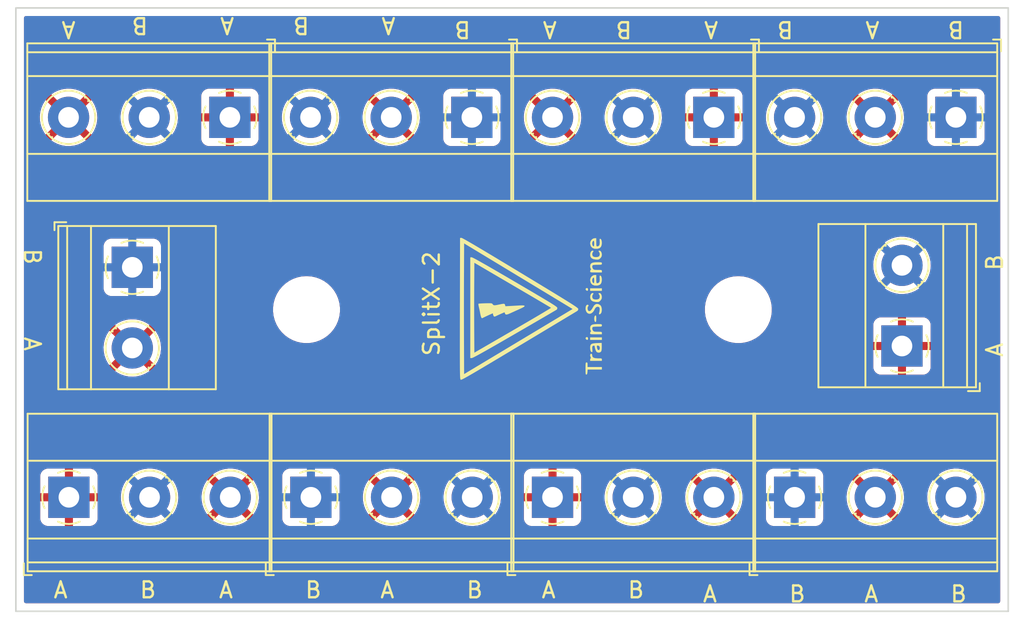
<source format=kicad_pcb>
(kicad_pcb (version 20211014) (generator pcbnew)
  (layers (0 "F.Cu" signal) (31 "B.Cu" signal) (34 "B.Paste" user) (35 "F.Paste" user) (36 "B.SilkS" user "B.Silkscreen") (37 "F.SilkS" user "F.Silkscreen") (38 "B.Mask" user) (39 "F.Mask" user) (44 "Edge.Cuts" user))
  (net 0 "")
  (net 1 "B")
  (net 2 "A")
  (footprint "TerminalBlock_Phoenix:TerminalBlock_Phoenix_MKDS-1,5-3-5.08_1x03_P5.08mm_Horizontal" (layer "F.Cu") (at 220.218 43.891 180)
    (fp_text reference "J5" hide)
    (fp_text value "Screw_Terminal_01x03")
    (fp_line (start 11.23 -1.275) (end 11.195 -1.239) (layer "F.SilkS") (width 0.12))
    (fp_line (start 12.76 -5.261) (end 12.76 4.66) (layer "F.SilkS") (width 0.12))
    (fp_line (start 3.853 1.023) (end 3.806 1.069) (layer "F.SilkS") (width 0.12))
    (fp_line (start -2.6 4.66) (end 12.76 4.66) (layer "F.SilkS") (width 0.12))
    (fp_line (start -2.6 -2.301) (end 12.76 -2.301) (layer "F.SilkS") (width 0.12))
    (fp_line (start -2.6 2.6) (end 12.76 2.6) (layer "F.SilkS") (width 0.12))
    (fp_line (start -2.84 4.16) (end -2.84 4.9) (layer "F.SilkS") (width 0.12))
    (fp_line (start -2.6 -5.261) (end -2.6 4.66) (layer "F.SilkS") (width 0.12))
    (fp_line (start -2.6 4.1) (end 12.76 4.1) (layer "F.SilkS") (width 0.12))
    (fp_line (start 8.933 1.023) (end 8.886 1.069) (layer "F.SilkS") (width 0.12))
    (fp_line (start 4.046 1.239) (end 4.011 1.274) (layer "F.SilkS") (width 0.12))
    (fp_line (start 9.126 1.239) (end 9.091 1.274) (layer "F.SilkS") (width 0.12))
    (fp_line (start -2.84 4.9) (end -2.34 4.9) (layer "F.SilkS") (width 0.12))
    (fp_line (start 11.435 -1.069) (end 11.388 -1.023) (layer "F.SilkS") (width 0.12))
    (fp_line (start 6.15 -1.275) (end 6.115 -1.239) (layer "F.SilkS") (width 0.12))
    (fp_line (start -2.6 -5.261) (end 12.76 -5.261) (layer "F.SilkS") (width 0.12))
    (fp_line (start 6.355 -1.069) (end 6.308 -1.023) (layer "F.SilkS") (width 0.12))
    (fp_arc (start 1.535427 -0.683042) (mid 1.680501 0.000524) (end 1.535 0.684) (layer "F.SilkS") (width 0.12))
    (fp_arc (start 0.028805 1.680253) (mid -0.335551 1.646659) (end -0.684 1.535) (layer "F.SilkS") (width 0.12))
    (fp_arc (start 0.683318 1.534756) (mid 0.349292 1.643288) (end 0 1.68) (layer "F.SilkS") (width 0.12))
    (fp_arc (start -1.535427 0.683042) (mid -1.680501 -0.000524) (end -1.535 -0.684) (layer "F.SilkS") (width 0.12))
    (fp_arc (start -0.683042 -1.535427) (mid 0.000524 -1.680501) (end 0.684 -1.535) (layer "F.SilkS") (width 0.12))
    (fp_circle (center 10.16 0) (end 11.84 0) (layer "F.SilkS") (width 0.12) (fill none))
    (fp_circle (center 5.08 0) (end 6.76 0) (layer "F.SilkS") (width 0.12) (fill none))
    (pad "1" thru_hole rect (at 0 0 180) (size 2.6 2.6) (drill 1.3) (layers *.Cu *.Mask) (net 1 "B"))
    (pad "2" thru_hole circle (at 5.08 0 180) (size 2.6 2.6) (drill 1.3) (layers *.Cu *.Mask) (net 2 "A"))
    (pad "3" thru_hole circle (at 10.16 0 180) (size 2.6 2.6) (drill 1.3) (layers *.Cu *.Mask) (net 1 "B"))
  )
  (footprint "TerminalBlock_Phoenix:TerminalBlock_Phoenix_MKDS-1,5-3-5.08_1x03_P5.08mm_Horizontal" (layer "F.Cu") (at 210.08 67.818)
    (fp_text reference "Je" hide)
    (fp_text value "Screw_Terminal_01x03")
    (fp_line (start 11.435 -1.069) (end 11.388 -1.023) (layer "F.SilkS") (width 0.12))
    (fp_line (start -2.6 2.6) (end 12.76 2.6) (layer "F.SilkS") (width 0.12))
    (fp_line (start 9.126 1.239) (end 9.091 1.274) (layer "F.SilkS") (width 0.12))
    (fp_line (start -2.84 4.9) (end -2.34 4.9) (layer "F.SilkS") (width 0.12))
    (fp_line (start 11.23 -1.275) (end 11.195 -1.239) (layer "F.SilkS") (width 0.12))
    (fp_line (start -2.6 4.66) (end 12.76 4.66) (layer "F.SilkS") (width 0.12))
    (fp_line (start 4.046 1.239) (end 4.011 1.274) (layer "F.SilkS") (width 0.12))
    (fp_line (start 8.933 1.023) (end 8.886 1.069) (layer "F.SilkS") (width 0.12))
    (fp_line (start -2.6 4.1) (end 12.76 4.1) (layer "F.SilkS") (width 0.12))
    (fp_line (start 6.355 -1.069) (end 6.308 -1.023) (layer "F.SilkS") (width 0.12))
    (fp_line (start -2.6 -5.261) (end -2.6 4.66) (layer "F.SilkS") (width 0.12))
    (fp_line (start 12.76 -5.261) (end 12.76 4.66) (layer "F.SilkS") (width 0.12))
    (fp_line (start -2.6 -5.261) (end 12.76 -5.261) (layer "F.SilkS") (width 0.12))
    (fp_line (start 6.15 -1.275) (end 6.115 -1.239) (layer "F.SilkS") (width 0.12))
    (fp_line (start -2.84 4.16) (end -2.84 4.9) (layer "F.SilkS") (width 0.12))
    (fp_line (start -2.6 -2.301) (end 12.76 -2.301) (layer "F.SilkS") (width 0.12))
    (fp_line (start 3.853 1.023) (end 3.806 1.069) (layer "F.SilkS") (width 0.12))
    (fp_arc (start -1.535427 0.683042) (mid -1.680501 -0.000524) (end -1.535 -0.684) (layer "F.SilkS") (width 0.12))
    (fp_arc (start 0.683318 1.534756) (mid 0.349292 1.643288) (end 0 1.68) (layer "F.SilkS") (width 0.12))
    (fp_arc (start 1.535427 -0.683042) (mid 1.680501 0.000524) (end 1.535 0.684) (layer "F.SilkS") (width 0.12))
    (fp_arc (start -0.683042 -1.535427) (mid 0.000524 -1.680501) (end 0.684 -1.535) (layer "F.SilkS") (width 0.12))
    (fp_arc (start 0.028805 1.680253) (mid -0.335551 1.646659) (end -0.684 1.535) (layer "F.SilkS") (width 0.12))
    (fp_circle (center 10.16 0) (end 11.84 0) (layer "F.SilkS") (width 0.12) (fill none))
    (fp_circle (center 5.08 0) (end 6.76 0) (layer "F.SilkS") (width 0.12) (fill none))
    (pad "1" thru_hole rect (at 0 0) (size 2.6 2.6) (drill 1.3) (layers *.Cu *.Mask) (net 1 "B"))
    (pad "2" thru_hole circle (at 5.08 0) (size 2.6 2.6) (drill 1.3) (layers *.Cu *.Mask) (net 2 "A"))
    (pad "3" thru_hole circle (at 10.16 0) (size 2.6 2.6) (drill 1.3) (layers *.Cu *.Mask) (net 1 "B"))
  )
  (footprint "TerminalBlock_Phoenix:TerminalBlock_Phoenix_MKDS-1,5-3-5.08_1x03_P5.08mm_Horizontal" (layer "F.Cu") (at 194.84 67.818)
    (fp_text reference "J4" hide)
    (fp_text value "Screw_Terminal_01x03")
    (fp_line (start 11.23 -1.275) (end 11.195 -1.239) (layer "F.SilkS") (width 0.12))
    (fp_line (start -2.6 -5.261) (end 12.76 -5.261) (layer "F.SilkS") (width 0.12))
    (fp_line (start -2.6 4.66) (end 12.76 4.66) (layer "F.SilkS") (width 0.12))
    (fp_line (start -2.84 4.16) (end -2.84 4.9) (layer "F.SilkS") (width 0.12))
    (fp_line (start 12.76 -5.261) (end 12.76 4.66) (layer "F.SilkS") (width 0.12))
    (fp_line (start -2.6 2.6) (end 12.76 2.6) (layer "F.SilkS") (width 0.12))
    (fp_line (start -2.6 -2.301) (end 12.76 -2.301) (layer "F.SilkS") (width 0.12))
    (fp_line (start 6.15 -1.275) (end 6.115 -1.239) (layer "F.SilkS") (width 0.12))
    (fp_line (start -2.6 -5.261) (end -2.6 4.66) (layer "F.SilkS") (width 0.12))
    (fp_line (start 4.046 1.239) (end 4.011 1.274) (layer "F.SilkS") (width 0.12))
    (fp_line (start 9.126 1.239) (end 9.091 1.274) (layer "F.SilkS") (width 0.12))
    (fp_line (start 6.355 -1.069) (end 6.308 -1.023) (layer "F.SilkS") (width 0.12))
    (fp_line (start -2.84 4.9) (end -2.34 4.9) (layer "F.SilkS") (width 0.12))
    (fp_line (start 11.435 -1.069) (end 11.388 -1.023) (layer "F.SilkS") (width 0.12))
    (fp_line (start -2.6 4.1) (end 12.76 4.1) (layer "F.SilkS") (width 0.12))
    (fp_line (start 3.853 1.023) (end 3.806 1.069) (layer "F.SilkS") (width 0.12))
    (fp_line (start 8.933 1.023) (end 8.886 1.069) (layer "F.SilkS") (width 0.12))
    (fp_arc (start 0.028805 1.680253) (mid -0.335551 1.646659) (end -0.684 1.535) (layer "F.SilkS") (width 0.12))
    (fp_arc (start 1.535427 -0.683042) (mid 1.680501 0.000524) (end 1.535 0.684) (layer "F.SilkS") (width 0.12))
    (fp_arc (start -0.683042 -1.535427) (mid 0.000524 -1.680501) (end 0.684 -1.535) (layer "F.SilkS") (width 0.12))
    (fp_arc (start 0.683318 1.534756) (mid 0.349292 1.643288) (end 0 1.68) (layer "F.SilkS") (width 0.12))
    (fp_arc (start -1.535427 0.683042) (mid -1.680501 -0.000524) (end -1.535 -0.684) (layer "F.SilkS") (width 0.12))
    (fp_circle (center 5.08 0) (end 6.76 0) (layer "F.SilkS") (width 0.12) (fill none))
    (fp_circle (center 10.16 0) (end 11.84 0) (layer "F.SilkS") (width 0.12) (fill none))
    (pad "1" thru_hole rect (at 0 0) (size 2.6 2.6) (drill 1.3) (layers *.Cu *.Mask) (net 2 "A"))
    (pad "2" thru_hole circle (at 5.08 0) (size 2.6 2.6) (drill 1.3) (layers *.Cu *.Mask) (net 1 "B"))
    (pad "3" thru_hole circle (at 10.16 0) (size 2.6 2.6) (drill 1.3) (layers *.Cu *.Mask) (net 2 "A"))
  )
  (footprint "TerminalBlock_Phoenix:TerminalBlock_Phoenix_MKDS-1,5-2-5.08_1x02_P5.08mm_Horizontal" (layer "F.Cu") (at 198.831 53.335 -90)
    (fp_text reference "J1" hide)
    (fp_text value "Screw_Terminal_01x02")
    (fp_line (start -2.84 4.16) (end -2.84 4.9) (layer "F.SilkS") (width 0.12))
    (fp_line (start -2.6 -2.301) (end 7.68 -2.301) (layer "F.SilkS") (width 0.12))
    (fp_line (start -2.84 4.9) (end -2.34 4.9) (layer "F.SilkS") (width 0.12))
    (fp_line (start -2.6 -5.261) (end -2.6 4.66) (layer "F.SilkS") (width 0.12))
    (fp_line (start 3.853 1.023) (end 3.806 1.069) (layer "F.SilkS") (width 0.12))
    (fp_line (start 7.68 -5.261) (end 7.68 4.66) (layer "F.SilkS") (width 0.12))
    (fp_line (start -2.6 2.6) (end 7.68 2.6) (layer "F.SilkS") (width 0.12))
    (fp_line (start -2.6 -5.261) (end 7.68 -5.261) (layer "F.SilkS") (width 0.12))
    (fp_line (start -2.6 4.66) (end 7.68 4.66) (layer "F.SilkS") (width 0.12))
    (fp_line (start 6.15 -1.275) (end 6.115 -1.239) (layer "F.SilkS") (width 0.12))
    (fp_line (start -2.6 4.1) (end 7.68 4.1) (layer "F.SilkS") (width 0.12))
    (fp_line (start 6.355 -1.069) (end 6.308 -1.023) (layer "F.SilkS") (width 0.12))
    (fp_line (start 4.046 1.239) (end 4.011 1.274) (layer "F.SilkS") (width 0.12))
    (fp_arc (start -0.683042 -1.535427) (mid 0.000524 -1.680501) (end 0.684 -1.535) (layer "F.SilkS") (width 0.12))
    (fp_arc (start -1.535427 0.683042) (mid -1.680501 -0.000524) (end -1.535 -0.684) (layer "F.SilkS") (width 0.12))
    (fp_arc (start 0.028805 1.680253) (mid -0.335551 1.646659) (end -0.684 1.535) (layer "F.SilkS") (width 0.12))
    (fp_arc (start 1.535427 -0.683042) (mid 1.680501 0.000524) (end 1.535 0.684) (layer "F.SilkS") (width 0.12))
    (fp_arc (start 0.683318 1.534756) (mid 0.349292 1.643288) (end 0 1.68) (layer "F.SilkS") (width 0.12))
    (fp_circle (center 5.08 0) (end 6.76 0) (layer "F.SilkS") (width 0.12) (fill none))
    (pad "1" thru_hole rect (at 0 0 270) (size 2.6 2.6) (drill 1.3) (layers *.Cu *.Mask) (net 1 "B"))
    (pad "2" thru_hole circle (at 5.08 0 270) (size 2.6 2.6) (drill 1.3) (layers *.Cu *.Mask) (net 2 "A"))
  )
  (footprint "TerminalBlock_Phoenix:TerminalBlock_Phoenix_MKDS-1,5-3-5.08_1x03_P5.08mm_Horizontal" (layer "F.Cu") (at 225.298 67.818)
    (fp_text reference "J8" hide)
    (fp_text value "Screw_Terminal_01x03")
    (fp_line (start -2.6 -5.261) (end 12.76 -5.261) (layer "F.SilkS") (width 0.12))
    (fp_line (start -2.6 -2.301) (end 12.76 -2.301) (layer "F.SilkS") (width 0.12))
    (fp_line (start -2.84 4.16) (end -2.84 4.9) (layer "F.SilkS") (width 0.12))
    (fp_line (start 9.126 1.239) (end 9.091 1.274) (layer "F.SilkS") (width 0.12))
    (fp_line (start 11.23 -1.275) (end 11.195 -1.239) (layer "F.SilkS") (width 0.12))
    (fp_line (start -2.6 4.1) (end 12.76 4.1) (layer "F.SilkS") (width 0.12))
    (fp_line (start 6.15 -1.275) (end 6.115 -1.239) (layer "F.SilkS") (width 0.12))
    (fp_line (start -2.6 -5.261) (end -2.6 4.66) (layer "F.SilkS") (width 0.12))
    (fp_line (start 12.76 -5.261) (end 12.76 4.66) (layer "F.SilkS") (width 0.12))
    (fp_line (start -2.6 4.66) (end 12.76 4.66) (layer "F.SilkS") (width 0.12))
    (fp_line (start -2.6 2.6) (end 12.76 2.6) (layer "F.SilkS") (width 0.12))
    (fp_line (start 6.355 -1.069) (end 6.308 -1.023) (layer "F.SilkS") (width 0.12))
    (fp_line (start 11.435 -1.069) (end 11.388 -1.023) (layer "F.SilkS") (width 0.12))
    (fp_line (start 3.853 1.023) (end 3.806 1.069) (layer "F.SilkS") (width 0.12))
    (fp_line (start 4.046 1.239) (end 4.011 1.274) (layer "F.SilkS") (width 0.12))
    (fp_line (start -2.84 4.9) (end -2.34 4.9) (layer "F.SilkS") (width 0.12))
    (fp_line (start 8.933 1.023) (end 8.886 1.069) (layer "F.SilkS") (width 0.12))
    (fp_arc (start 0.683318 1.534756) (mid 0.349292 1.643288) (end 0 1.68) (layer "F.SilkS") (width 0.12))
    (fp_arc (start 0.028805 1.680253) (mid -0.335551 1.646659) (end -0.684 1.535) (layer "F.SilkS") (width 0.12))
    (fp_arc (start -0.683042 -1.535427) (mid 0.000524 -1.680501) (end 0.684 -1.535) (layer "F.SilkS") (width 0.12))
    (fp_arc (start 1.535427 -0.683042) (mid 1.680501 0.000524) (end 1.535 0.684) (layer "F.SilkS") (width 0.12))
    (fp_arc (start -1.535427 0.683042) (mid -1.680501 -0.000524) (end -1.535 -0.684) (layer "F.SilkS") (width 0.12))
    (fp_circle (center 5.08 0) (end 6.76 0) (layer "F.SilkS") (width 0.12) (fill none))
    (fp_circle (center 10.16 0) (end 11.84 0) (layer "F.SilkS") (width 0.12) (fill none))
    (pad "1" thru_hole rect (at 0 0) (size 2.6 2.6) (drill 1.3) (layers *.Cu *.Mask) (net 2 "A"))
    (pad "2" thru_hole circle (at 5.08 0) (size 2.6 2.6) (drill 1.3) (layers *.Cu *.Mask) (net 1 "B"))
    (pad "3" thru_hole circle (at 10.16 0) (size 2.6 2.6) (drill 1.3) (layers *.Cu *.Mask) (net 2 "A"))
  )
  (footprint "TerminalBlock_Phoenix:TerminalBlock_Phoenix_MKDS-1,5-3-5.08_1x03_P5.08mm_Horizontal" (layer "F.Cu") (at 250.703 43.891 180)
    (fp_text reference "J2" hide)
    (fp_text value "Screw_Terminal_01x03")
    (fp_line (start -2.6 4.66) (end 12.76 4.66) (layer "F.SilkS") (width 0.12))
    (fp_line (start -2.84 4.16) (end -2.84 4.9) (layer "F.SilkS") (width 0.12))
    (fp_line (start -2.6 -5.261) (end -2.6 4.66) (layer "F.SilkS") (width 0.12))
    (fp_line (start 4.046 1.239) (end 4.011 1.274) (layer "F.SilkS") (width 0.12))
    (fp_line (start 3.853 1.023) (end 3.806 1.069) (layer "F.SilkS") (width 0.12))
    (fp_line (start -2.6 -5.261) (end 12.76 -5.261) (layer "F.SilkS") (width 0.12))
    (fp_line (start -2.6 -2.301) (end 12.76 -2.301) (layer "F.SilkS") (width 0.12))
    (fp_line (start -2.6 2.6) (end 12.76 2.6) (layer "F.SilkS") (width 0.12))
    (fp_line (start 11.435 -1.069) (end 11.388 -1.023) (layer "F.SilkS") (width 0.12))
    (fp_line (start 6.15 -1.275) (end 6.115 -1.239) (layer "F.SilkS") (width 0.12))
    (fp_line (start -2.84 4.9) (end -2.34 4.9) (layer "F.SilkS") (width 0.12))
    (fp_line (start 9.126 1.239) (end 9.091 1.274) (layer "F.SilkS") (width 0.12))
    (fp_line (start -2.6 4.1) (end 12.76 4.1) (layer "F.SilkS") (width 0.12))
    (fp_line (start 6.355 -1.069) (end 6.308 -1.023) (layer "F.SilkS") (width 0.12))
    (fp_line (start 11.23 -1.275) (end 11.195 -1.239) (layer "F.SilkS") (width 0.12))
    (fp_line (start 12.76 -5.261) (end 12.76 4.66) (layer "F.SilkS") (width 0.12))
    (fp_line (start 8.933 1.023) (end 8.886 1.069) (layer "F.SilkS") (width 0.12))
    (fp_arc (start 0.028805 1.680253) (mid -0.335551 1.646659) (end -0.684 1.535) (layer "F.SilkS") (width 0.12))
    (fp_arc (start -0.683042 -1.535427) (mid 0.000524 -1.680501) (end 0.684 -1.535) (layer "F.SilkS") (width 0.12))
    (fp_arc (start 0.683318 1.534756) (mid 0.349292 1.643288) (end 0 1.68) (layer "F.SilkS") (width 0.12))
    (fp_arc (start 1.535427 -0.683042) (mid 1.680501 0.000524) (end 1.535 0.684) (layer "F.SilkS") (width 0.12))
    (fp_arc (start -1.535427 0.683042) (mid -1.680501 -0.000524) (end -1.535 -0.684) (layer "F.SilkS") (width 0.12))
    (fp_circle (center 10.16 0) (end 11.84 0) (layer "F.SilkS") (width 0.12) (fill none))
    (fp_circle (center 5.08 0) (end 6.76 0) (layer "F.SilkS") (width 0.12) (fill none))
    (pad "1" thru_hole rect (at 0 0 180) (size 2.6 2.6) (drill 1.3) (layers *.Cu *.Mask) (net 1 "B"))
    (pad "2" thru_hole circle (at 5.08 0 180) (size 2.6 2.6) (drill 1.3) (layers *.Cu *.Mask) (net 2 "A"))
    (pad "3" thru_hole circle (at 10.16 0 180) (size 2.6 2.6) (drill 1.3) (layers *.Cu *.Mask) (net 1 "B"))
  )
  (footprint "MountingHole:MountingHole_3.2mm_M3" (layer "F.Cu") (at 209.804 56)
    (fp_text reference "REF**" hide)
    (fp_text value "MountingHole_3.2mm_M3")
    (pad "" np_thru_hole circle (at 0 0) (size 3.2 3.2) (drill 3.2) (layers *.Cu *.Mask))
  )
  (footprint "MountingHole:MountingHole_3.2mm_M3" (layer "F.Cu") (at 237 56)
    (fp_text reference "REF**" hide)
    (fp_text value "MountingHole_3.2mm_M3")
    (pad "" np_thru_hole circle (at 0 0) (size 3.2 3.2) (drill 3.2) (layers *.Cu *.Mask))
  )
  (footprint "TerminalBlock_Phoenix:TerminalBlock_Phoenix_MKDS-1,5-3-5.08_1x03_P5.08mm_Horizontal" (layer "F.Cu") (at 204.978 43.891 180)
    (fp_text reference "J7" hide)
    (fp_text value "Screw_Terminal_01x03")
    (fp_line (start 12.76 -5.261) (end 12.76 4.66) (layer "F.SilkS") (width 0.12))
    (fp_line (start 3.853 1.023) (end 3.806 1.069) (layer "F.SilkS") (width 0.12))
    (fp_line (start -2.6 -5.261) (end -2.6 4.66) (layer "F.SilkS") (width 0.12))
    (fp_line (start 8.933 1.023) (end 8.886 1.069) (layer "F.SilkS") (width 0.12))
    (fp_line (start 6.355 -1.069) (end 6.308 -1.023) (layer "F.SilkS") (width 0.12))
    (fp_line (start 9.126 1.239) (end 9.091 1.274) (layer "F.SilkS") (width 0.12))
    (fp_line (start 4.046 1.239) (end 4.011 1.274) (layer "F.SilkS") (width 0.12))
    (fp_line (start -2.6 -5.261) (end 12.76 -5.261) (layer "F.SilkS") (width 0.12))
    (fp_line (start -2.84 4.16) (end -2.84 4.9) (layer "F.SilkS") (width 0.12))
    (fp_line (start -2.6 -2.301) (end 12.76 -2.301) (layer "F.SilkS") (width 0.12))
    (fp_line (start -2.6 2.6) (end 12.76 2.6) (layer "F.SilkS") (width 0.12))
    (fp_line (start 6.15 -1.275) (end 6.115 -1.239) (layer "F.SilkS") (width 0.12))
    (fp_line (start -2.6 4.66) (end 12.76 4.66) (layer "F.SilkS") (width 0.12))
    (fp_line (start 11.435 -1.069) (end 11.388 -1.023) (layer "F.SilkS") (width 0.12))
    (fp_line (start 11.23 -1.275) (end 11.195 -1.239) (layer "F.SilkS") (width 0.12))
    (fp_line (start -2.6 4.1) (end 12.76 4.1) (layer "F.SilkS") (width 0.12))
    (fp_line (start -2.84 4.9) (end -2.34 4.9) (layer "F.SilkS") (width 0.12))
    (fp_arc (start -1.535427 0.683042) (mid -1.680501 -0.000524) (end -1.535 -0.684) (layer "F.SilkS") (width 0.12))
    (fp_arc (start -0.683042 -1.535427) (mid 0.000524 -1.680501) (end 0.684 -1.535) (layer "F.SilkS") (width 0.12))
    (fp_arc (start 0.028805 1.680253) (mid -0.335551 1.646659) (end -0.684 1.535) (layer "F.SilkS") (width 0.12))
    (fp_arc (start 0.683318 1.534756) (mid 0.349292 1.643288) (end 0 1.68) (layer "F.SilkS") (width 0.12))
    (fp_arc (start 1.535427 -0.683042) (mid 1.680501 0.000524) (end 1.535 0.684) (layer "F.SilkS") (width 0.12))
    (fp_circle (center 10.16 0) (end 11.84 0) (layer "F.SilkS") (width 0.12) (fill none))
    (fp_circle (center 5.08 0) (end 6.76 0) (layer "F.SilkS") (width 0.12) (fill none))
    (pad "1" thru_hole rect (at 0 0 180) (size 2.6 2.6) (drill 1.3) (layers *.Cu *.Mask) (net 2 "A"))
    (pad "2" thru_hole circle (at 5.08 0 180) (size 2.6 2.6) (drill 1.3) (layers *.Cu *.Mask) (net 1 "B"))
    (pad "3" thru_hole circle (at 10.16 0 180) (size 2.6 2.6) (drill 1.3) (layers *.Cu *.Mask) (net 2 "A"))
  )
  (footprint "TerminalBlock_Phoenix:TerminalBlock_Phoenix_MKDS-1,5-3-5.08_1x03_P5.08mm_Horizontal" (layer "F.Cu") (at 240.544 67.818)
    (fp_text reference "J9" hide)
    (fp_text value "Screw_Terminal_01x03")
    (fp_line (start -2.6 -5.261) (end -2.6 4.66) (layer "F.SilkS") (width 0.12))
    (fp_line (start 11.23 -1.275) (end 11.195 -1.239) (layer "F.SilkS") (width 0.12))
    (fp_line (start 12.76 -5.261) (end 12.76 4.66) (layer "F.SilkS") (width 0.12))
    (fp_line (start 3.853 1.023) (end 3.806 1.069) (layer "F.SilkS") (width 0.12))
    (fp_line (start 6.355 -1.069) (end 6.308 -1.023) (layer "F.SilkS") (width 0.12))
    (fp_line (start -2.6 2.6) (end 12.76 2.6) (layer "F.SilkS") (width 0.12))
    (fp_line (start 11.435 -1.069) (end 11.388 -1.023) (layer "F.SilkS") (width 0.12))
    (fp_line (start 6.15 -1.275) (end 6.115 -1.239) (layer "F.SilkS") (width 0.12))
    (fp_line (start -2.84 4.9) (end -2.34 4.9) (layer "F.SilkS") (width 0.12))
    (fp_line (start -2.6 4.1) (end 12.76 4.1) (layer "F.SilkS") (width 0.12))
    (fp_line (start 4.046 1.239) (end 4.011 1.274) (layer "F.SilkS") (width 0.12))
    (fp_line (start 8.933 1.023) (end 8.886 1.069) (layer "F.SilkS") (width 0.12))
    (fp_line (start 9.126 1.239) (end 9.091 1.274) (layer "F.SilkS") (width 0.12))
    (fp_line (start -2.6 -5.261) (end 12.76 -5.261) (layer "F.SilkS") (width 0.12))
    (fp_line (start -2.6 -2.301) (end 12.76 -2.301) (layer "F.SilkS") (width 0.12))
    (fp_line (start -2.6 4.66) (end 12.76 4.66) (layer "F.SilkS") (width 0.12))
    (fp_line (start -2.84 4.16) (end -2.84 4.9) (layer "F.SilkS") (width 0.12))
    (fp_arc (start 0.028805 1.680253) (mid -0.335551 1.646659) (end -0.684 1.535) (layer "F.SilkS") (width 0.12))
    (fp_arc (start 1.535427 -0.683042) (mid 1.680501 0.000524) (end 1.535 0.684) (layer "F.SilkS") (width 0.12))
    (fp_arc (start -0.683042 -1.535427) (mid 0.000524 -1.680501) (end 0.684 -1.535) (layer "F.SilkS") (width 0.12))
    (fp_arc (start -1.535427 0.683042) (mid -1.680501 -0.000524) (end -1.535 -0.684) (layer "F.SilkS") (width 0.12))
    (fp_arc (start 0.683318 1.534756) (mid 0.349292 1.643288) (end 0 1.68) (layer "F.SilkS") (width 0.12))
    (fp_circle (center 10.16 0) (end 11.84 0) (layer "F.SilkS") (width 0.12) (fill none))
    (fp_circle (center 5.08 0) (end 6.76 0) (layer "F.SilkS") (width 0.12) (fill none))
    (pad "1" thru_hole rect (at 0 0) (size 2.6 2.6) (drill 1.3) (layers *.Cu *.Mask) (net 1 "B"))
    (pad "2" thru_hole circle (at 5.08 0) (size 2.6 2.6) (drill 1.3) (layers *.Cu *.Mask) (net 2 "A"))
    (pad "3" thru_hole circle (at 10.16 0) (size 2.6 2.6) (drill 1.3) (layers *.Cu *.Mask) (net 1 "B"))
  )
  (footprint "custom_kicad_lib_sk:Train-Science logo small" (layer "F.Cu") (at 224.028 55.88 90)
    (fp_text reference "G***" hide)
    (fp_text value "LOGO" hide)
    (fp_poly (pts (xy 1.211443 3.365565) (xy 1.235424 3.397528) (xy 1.241537 3.467248) (xy 1.192998 3.5033) (xy 1.1387 3.508999) (xy 1.079454 3.497959) (xy 1.066286 3.453786) (xy 1.068167 3.436565) (xy 1.099438 3.378361) (xy 1.155683 3.352714)) (layer "F.SilkS") (width 0) (fill solid))
    (fp_poly (pts (xy -2.40532 3.645768) (xy -2.326525 3.67613) (xy -2.275297 3.738404) (xy -2.245189 3.842138) (xy -2.22975 3.996881) (xy -2.226439 4.069661) (xy -2.215488 4.366149) (xy -2.45432 4.371021) (xy -2.611055 4.367821) (xy -2.715337 4.349617) (xy -2.763052 4.326932) (xy -2.817997 4.253657) (xy -2.8318 4.157537) (xy -2.826579 4.141434) (xy -2.663371 4.141434) (xy -2.661178 4.198977) (xy -2.617211 4.235887) (xy -2.541587 4.248708) (xy -2.462907 4.236034) (xy -2.420887 4.210799) (xy -2.387663 4.147033) (xy -2.382256 4.110009) (xy -2.391113 4.070273) (xy -2.429399 4.05887) (xy -2.5002 4.066989) (xy -2.611613 4.096669) (xy -2.663371 4.141434) (xy -2.826579 4.141434) (xy -2.80241 4.066887) (xy -2.783578 4.04369) (xy -2.714915 4.000608) (xy -2.611053 3.960717) (xy -2.500848 3.933723) (xy -2.438593 3.927683) (xy -2.39073 3.905832) (xy -2.389171 3.848663) (xy -2.411779 3.801951) (xy -2.44845 3.775964) (xy -2.522247 3.768689) (xy -2.620538 3.77548) (xy -2.726931 3.782973) (xy -2.782746 3.776184) (xy -2.800575 3.753278) (xy -2.80076 3.74925) (xy -2.770723 3.693209) (xy -2.685633 3.655257) (xy -2.553023 3.638364) (xy -2.518132 3.637769)) (layer "F.SilkS") (width 0) (fill solid))
    (fp_poly (pts (xy -1.179743 3.652213) (xy -1.106639 3.700519) (xy -1.060135 3.79015) (xy -1.036075 3.928568) (xy -1.030165 4.092808) (xy -1.03083 4.228722) (xy -1.035174 4.312734) (xy -1.046716 4.357328) (xy -1.068976 4.374987) (xy -1.105476 4.378194) (xy -1.110646 4.3782) (xy -1.150723 4.375415) (xy -1.174641 4.358257) (xy -1.186568 4.313522) (xy -1.190674 4.228007) (xy -1.191128 4.123292) (xy -1.193501 3.995739) (xy -1.199781 3.889366) (xy -1.208712 3.82384) (xy -1.210669 3.817462) (xy -1.256725 3.775444) (xy -1.33462 3.771399) (xy -1.424149 3.805399) (xy -1.441506 3.816654) (xy -1.477783 3.84892) (xy -1.499291 3.893461) (xy -1.50977 3.966262) (xy -1.512958 4.083304) (xy -1.513054 4.122485) (xy -1.513927 4.249664) (xy -1.519311 4.325642) (xy -1.533355 4.363601) (xy -1.560209 4.376724) (xy -1.593536 4.3782) (xy -1.674018 4.3782) (xy -1.674018 4.007985) (xy -1.67363 3.849262) (xy -1.670933 3.743962) (xy -1.663621 3.681124) (xy -1.649392 3.649787) (xy -1.625943 3.638988) (xy -1.596219 3.637769) (xy -1.53075 3.652507) (xy -1.503665 3.67801) (xy -1.482168 3.702107) (xy -1.446255 3.67801) (xy -1.387205 3.651219) (xy -1.298048 3.63805) (xy -1.283604 3.637769)) (layer "F.SilkS") (width 0) (fill solid))
    (fp_poly (pts (xy -1.867174 4.3782) (xy -2.028137 4.3782) (xy -2.028137 3.637769) (xy -1.867174 3.637769)) (layer "F.SilkS") (width 0) (fill solid))
    (fp_poly (pts (xy -3.20706 3.649174) (xy -3.187072 3.671095) (xy -3.167366 3.687977) (xy -3.124803 3.671095) (xy -3.032476 3.639196) (xy -2.952967 3.641074) (xy -2.904379 3.674259) (xy -2.897338 3.702155) (xy -2.912873 3.749633) (xy -2.970283 3.766013) (xy -2.992091 3.76654) (xy -3.08017 3.784752) (xy -3.139695 3.843818) (xy -3.1741 3.950385) (xy -3.18682 4.1111) (xy -3.187072 4.143919) (xy -3.188151 4.264488) (xy -3.194538 4.33444) (xy -3.210963 4.367539) (xy -3.242154 4.377549) (xy -3.267554 4.3782) (xy -3.348035 4.3782) (xy -3.348035 3.637769) (xy -3.267554 3.637769)) (layer "F.SilkS") (width 0) (fill solid))
    (fp_poly (pts (xy 1.874086 3.665419) (xy 1.97554 3.737669) (xy 2.042702 3.838471) (xy 2.06033 3.925027) (xy 2.06033 4.024081) (xy 1.802788 4.024081) (xy 1.674253 4.025517) (xy 1.597198 4.031892) (xy 1.558746 4.046313) (xy 1.54602 4.071882) (xy 1.545247 4.086167) (xy 1.568914 4.17496) (xy 1.641552 4.227168) (xy 1.76562 4.244072) (xy 1.841189 4.240295) (xy 1.949653 4.233706) (xy 2.007504 4.2403) (xy 2.027535 4.262067) (xy 2.028137 4.269376) (xy 1.999657 4.321331) (xy 1.925454 4.357024) (xy 1.822384 4.375338) (xy 1.707304 4.375154) (xy 1.597069 4.355354) (xy 1.508536 4.31482) (xy 1.495586 4.304705) (xy 1.430456 4.223779) (xy 1.397139 4.110586) (xy 1.393087 4.07989) (xy 1.397067 3.908) (xy 1.412373 3.869557) (xy 1.545247 3.869557) (xy 1.574363 3.883662) (xy 1.649466 3.893017) (xy 1.722307 3.895311) (xy 1.819283 3.891076) (xy 1.883595 3.880152) (xy 1.899366 3.869557) (xy 1.87055 3.814477) (xy 1.797044 3.776712) (xy 1.722307 3.76654) (xy 1.627639 3.783306) (xy 1.562731 3.826073) (xy 1.545247 3.869557) (xy 1.412373 3.869557) (xy 1.449928 3.775233) (xy 1.548716 3.685192) (xy 1.690478 3.641482) (xy 1.755377 3.637769)) (layer "F.SilkS") (width 0) (fill solid))
    (fp_poly (pts (xy 0.784156 3.654371) (xy 0.871115 3.697368) (xy 0.920801 3.756548) (xy 0.922188 3.814197) (xy 0.900905 3.852981) (xy 0.870209 3.843557) (xy 0.841851 3.819211) (xy 0.752511 3.7745) (xy 0.650954 3.773442) (xy 0.566548 3.81626) (xy 0.565671 3.817129) (xy 0.529974 3.888454) (xy 0.515171 3.998249) (xy 0.515082 4.007985) (xy 0.527932 4.119813) (xy 0.562192 4.195116) (xy 0.565671 4.198841) (xy 0.649649 4.242246) (xy 0.751171 4.241772) (xy 0.840868 4.197642) (xy 0.841851 4.196759) (xy 0.887126 4.162129) (xy 0.910558 4.174932) (xy 0.922188 4.201773) (xy 0.917633 4.267108) (xy 0.862679 4.324764) (xy 0.771275 4.364981) (xy 0.670003 4.3782) (xy 0.56494 4.364144) (xy 0.478534 4.312169) (xy 0.444446 4.280323) (xy 0.39028 4.220957) (xy 0.36277 4.166703) (xy 0.355287 4.094215) (xy 0.360798 3.985733) (xy 0.391249 3.823108) (xy 0.456936 3.713042) (xy 0.560567 3.652527) (xy 0.674274 3.637769)) (layer "F.SilkS") (width 0) (fill solid))
    (fp_poly (pts (xy -0.612737 3.9006) (xy -0.533283 3.922266) (xy -0.490713 3.961014) (xy -0.488845 3.967744) (xy -0.490951 3.998166) (xy -0.520453 4.01526) (xy -0.590351 4.022672) (xy -0.689781 4.024081) (xy -0.808268 4.020841) (xy -0.874379 4.009353) (xy -0.899883 3.986965) (xy -0.901394 3.976406) (xy -0.873403 3.933919) (xy -0.802697 3.906845) (xy -0.709175 3.895599)) (layer "F.SilkS") (width 0) (fill solid))
    (fp_poly (pts (xy 2.715567 3.652213) (xy 2.788671 3.700519) (xy 2.835175 3.79015) (xy 2.859236 3.928568) (xy 2.865146 4.092808) (xy 2.86448 4.228722) (xy 2.860137 4.312734) (xy 2.848595 4.357328) (xy 2.826334 4.374987) (xy 2.789834 4.378194) (xy 2.784664 4.3782) (xy 2.744587 4.375415) (xy 2.72067 4.358257) (xy 2.708742 4.313522) (xy 2.704637 4.228007) (xy 2.704183 4.123292) (xy 2.70181 3.995739) (xy 2.69553 3.889366) (xy 2.686599 3.82384) (xy 2.684642 3.817462) (xy 2.638586 3.775444) (xy 2.56069 3.771399) (xy 2.471162 3.805399) (xy 2.453804 3.816654) (xy 2.417528 3.84892) (xy 2.396019 3.893461) (xy 2.385541 3.966262) (xy 2.382352 4.083304) (xy 2.382256 4.122485) (xy 2.381383 4.249664) (xy 2.375999 4.325642) (xy 2.361955 4.363601) (xy 2.335101 4.376724) (xy 2.301774 4.3782) (xy 2.221293 4.3782) (xy 2.221293 4.007985) (xy 2.22168 3.849262) (xy 2.224378 3.743962) (xy 2.231689 3.681124) (xy 2.245918 3.649787) (xy 2.269368 3.638988) (xy 2.299092 3.637769) (xy 2.364561 3.652507) (xy 2.391646 3.67801) (xy 2.413142 3.702107) (xy 2.449056 3.67801) (xy 2.508105 3.651219) (xy 2.597263 3.63805) (xy 2.611707 3.637769)) (layer "F.SilkS") (width 0) (fill solid))
    (fp_poly (pts (xy 3.456146 3.654371) (xy 3.543105 3.697368) (xy 3.592791 3.756548) (xy 3.594178 3.814197) (xy 3.572895 3.852981) (xy 3.542199 3.843557) (xy 3.513841 3.819211) (xy 3.424501 3.7745) (xy 3.322943 3.773442) (xy 3.238538 3.81626) (xy 3.237661 3.817129) (xy 3.201357 3.890078) (xy 3.187495 3.994878) (xy 3.196074 4.103032) (xy 3.227095 4.186043) (xy 3.237661 4.198841) (xy 3.321639 4.242246) (xy 3.423161 4.241772) (xy 3.512857 4.197642) (xy 3.513841 4.196759) (xy 3.559116 4.162129) (xy 3.582547 4.174932) (xy 3.594178 4.201773) (xy 3.589623 4.267108) (xy 3.534669 4.324764) (xy 3.443265 4.364981) (xy 3.341993 4.3782) (xy 3.23693 4.364144) (xy 3.150524 4.312169) (xy 3.116435 4.280323) (xy 3.06227 4.220957) (xy 3.03476 4.166703) (xy 3.027277 4.094215) (xy 3.032787 3.985733) (xy 3.063239 3.823108) (xy 3.128926 3.713042) (xy 3.232557 3.652527) (xy 3.346264 3.637769)) (layer "F.SilkS") (width 0) (fill solid))
    (fp_poly (pts (xy 4.191957 3.665419) (xy 4.293411 3.737669) (xy 4.360573 3.838471) (xy 4.3782 3.925027) (xy 4.3782 4.024081) (xy 4.120659 4.024081) (xy 3.992123 4.025517) (xy 3.915069 4.031892) (xy 3.876617 4.046313) (xy 3.86389 4.071882) (xy 3.863118 4.086167) (xy 3.886785 4.17496) (xy 3.959423 4.227168) (xy 4.083491 4.244072) (xy 4.15906 4.240295) (xy 4.267524 4.233706) (xy 4.325375 4.2403) (xy 4.345405 4.262067) (xy 4.346008 4.269376) (xy 4.317527 4.321331) (xy 4.243324 4.357024) (xy 4.140255 4.375338) (xy 4.025174 4.375154) (xy 3.91494 4.355354) (xy 3.826407 4.31482) (xy 3.813457 4.304705) (xy 3.748327 4.223779) (xy 3.71501 4.110586) (xy 3.710957 4.07989) (xy 3.714938 3.908) (xy 3.730244 3.869557) (xy 3.863118 3.869557) (xy 3.892233 3.883662) (xy 3.967337 3.893017) (xy 4.040178 3.895311) (xy 4.137154 3.891076) (xy 4.201466 3.880152) (xy 4.217237 3.869557) (xy 4.188421 3.814477) (xy 4.114915 3.776712) (xy 4.040178 3.76654) (xy 3.945509 3.783306) (xy 3.880602 3.826073) (xy 3.863118 3.869557) (xy 3.730244 3.869557) (xy 3.767799 3.775233) (xy 3.866587 3.685192) (xy 4.008349 3.641482) (xy 4.073248 3.637769)) (layer "F.SilkS") (width 0) (fill solid))
    (fp_poly (pts (xy -3.669632 3.34866) (xy -3.559722 3.351709) (xy -3.492918 3.358945) (xy -3.458582 3.372129) (xy -3.446076 3.393024) (xy -3.444613 3.412421) (xy -3.454092 3.452657) (xy -3.493451 3.471683) (xy -3.579073 3.476782) (xy -3.58948 3.476806) (xy -3.734347 3.476806) (xy -3.734347 4.3782) (xy -3.89531 4.3782) (xy -3.89531 3.480334) (xy -4.047936 3.470522) (xy -4.148526 3.457408) (xy -4.198923 3.431105) (xy -4.21126 3.404373) (xy -4.210399 3.380588) (xy -4.190335 3.364589) (xy -4.140901 3.354863) (xy -4.051928 3.349892) (xy -3.91325 3.348161) (xy -3.833286 3.348036)) (layer "F.SilkS") (width 0) (fill solid))
    (fp_poly (pts (xy 0.250482 -3.398018) (xy 0.258312 -3.360431) (xy 0.266207 -3.271171) (xy 0.273323 -3.142944) (xy 0.278815 -2.988455) (xy 0.279494 -2.961822) (xy 0.283147 -2.79102) (xy 0.28333 -2.672993) (xy 0.27842 -2.596159) (xy 0.266793 -2.548934) (xy 0.246824 -2.519735) (xy 0.216889 -2.496979) (xy 0.214047 -2.495112) (xy 0.177374 -2.463714) (xy 0.157846 -2.420729) (xy 0.155167 -2.353836) (xy 0.169042 -2.250716) (xy 0.199173 -2.099046) (xy 0.20399 -2.076426) (xy 0.234196 -1.927607) (xy 0.248081 -1.829473) (xy 0.244797 -1.770209) (xy 0.223496 -1.738003) (xy 0.183328 -1.721039) (xy 0.178383 -1.719762) (xy 0.093995 -1.698582) (xy 0.113104 -1.340229) (xy 0.122361 -1.168329) (xy 0.13182 -0.9955) (xy 0.140114 -0.846597) (xy 0.144094 -0.776804) (xy 0.147732 -0.616402) (xy 0.136399 -0.518612) (xy 0.110043 -0.48341) (xy 0.068612 -0.510774) (xy 0.012053 -0.600683) (xy -0.036281 -0.70019) (xy -0.094889 -0.829583) (xy -0.151819 -0.955614) (xy -0.192615 -1.046261) (xy -0.235959 -1.142058) (xy -0.293724 -1.268625) (xy -0.352412 -1.396402) (xy -0.410483 -1.535855) (xy -0.432862 -1.630868) (xy -0.419591 -1.690556) (xy -0.370712 -1.724039) (xy -0.353957 -1.729118) (xy -0.302087 -1.746117) (xy -0.289734 -1.754248) (xy -0.301976 -1.787815) (xy -0.333966 -1.863803) (xy -0.378601 -1.966115) (xy -0.428778 -2.078653) (xy -0.477393 -2.185319) (xy -0.517132 -2.269582) (xy -0.553917 -2.350924) (xy -0.561542 -2.396199) (xy -0.540994 -2.426228) (xy -0.525165 -2.438593) (xy -0.452176 -2.472508) (xy -0.412351 -2.478834) (xy -0.36338 -2.484926) (xy -0.354119 -2.492061) (xy -0.366789 -2.526986) (xy -0.400137 -2.60474) (xy -0.447168 -2.710013) (xy -0.500888 -2.827498) (xy -0.554304 -2.941887) (xy -0.600421 -3.037873) (xy -0.630486 -3.096942) (xy -0.659596 -3.160107) (xy -0.65177 -3.193594) (xy -0.620583 -3.213855) (xy -0.53333 -3.246777) (xy -0.395236 -3.27925) (xy -0.273637 -3.301207) (xy -0.190498 -3.31751) (xy -0.07335 -3.34338) (xy 0.027233 -3.367139) (xy 0.134416 -3.389945) (xy 0.215087 -3.40089)) (layer "F.SilkS") (width 0) (fill solid))
    (fp_poly (pts (xy -2.177236 -4.566716) (xy -1.724771 -4.566214) (xy -1.217326 -4.565463) (xy -0.651718 -4.564501) (xy -0.055144 -4.563421) (xy 4.394297 -4.55526) (xy 4.402412 -4.474778) (xy 4.392766 -4.444092) (xy 4.360546 -4.377472) (xy 4.304831 -4.273357) (xy 4.224701 -4.130187) (xy 4.119236 -3.9464) (xy 3.987517 -3.720436) (xy 3.828623 -3.450735) (xy 3.641634 -3.135735) (xy 3.425631 -2.773875) (xy 3.179692 -2.363596) (xy 2.902899 -1.903335) (xy 2.594331 -1.391532) (xy 2.253068 -0.826627) (xy 2.210681 -0.756527) (xy 1.892208 -0.230049) (xy 1.605234 0.243951) (xy 1.348069 0.66817) (xy 1.119028 1.045302) (xy 0.916421 1.378044) (xy 0.738561 1.669091) (xy 0.583761 1.921141) (xy 0.450332 2.136888) (xy 0.336586 2.319029) (xy 0.240836 2.470259) (xy 0.161394 2.593274) (xy 0.096573 2.690771) (xy 0.044683 2.765444) (xy 0.004038 2.819991) (xy -0.02705 2.857107) (xy -0.05027 2.879488) (xy -0.067308 2.88983) (xy -0.073048 2.891234) (xy -0.156237 2.877194) (xy -0.204854 2.826849) (xy -0.227047 2.790521) (xy -0.280348 2.702298) (xy -0.362758 2.565508) (xy -0.47228 2.383476) (xy -0.606914 2.159531) (xy -0.764662 1.897) (xy -0.943527 1.599208) (xy -1.141509 1.269484) (xy -1.356611 0.911155) (xy -1.586834 0.527547) (xy -1.830181 0.121988) (xy -2.084652 -0.302196) (xy -2.348249 -0.741676) (xy -2.411808 -0.847656) (xy -2.72913 -1.377004) (xy -3.014693 -1.853894) (xy -3.270035 -2.280976) (xy -3.496692 -2.660897) (xy -3.696204 -2.996307) (xy -3.870107 -3.289854) (xy -4.01994 -3.544188) (xy -4.147239 -3.761957) (xy -4.253544 -3.94581) (xy -4.340391 -4.098397) (xy -4.409319 -4.222366) (xy -4.449721 -4.297718) (xy -4.178624 -4.297718) (xy -0.08088 2.532058) (xy 0.192957 2.079549) (xy 0.247331 1.989669) (xy 0.332405 1.84901) (xy 0.445566 1.661887) (xy 0.584205 1.43262) (xy 0.74571 1.165527) (xy 0.92747 0.864926) (xy 1.126875 0.535135) (xy 1.341313 0.180472) (xy 1.568173 -0.194744) (xy 1.804844 -0.586196) (xy 2.048716 -0.989564) (xy 2.257763 -1.33534) (xy 4.048733 -4.297718) (xy 1.992174 -4.306003) (xy 1.548356 -4.307468) (xy 1.05587 -4.308526) (xy 0.530432 -4.309176) (xy -0.012241 -4.309419) (xy -0.556433 -4.309254) (xy -1.086428 -4.308682) (xy -1.58651 -4.307702) (xy -2.040962 -4.306315) (xy -2.121505 -4.306003) (xy -4.178624 -4.297718) (xy -4.449721 -4.297718) (xy -4.461864 -4.320365) (xy -4.499566 -4.395045) (xy -4.523961 -4.449053) (xy -4.536588 -4.485039) (xy -4.538984 -4.505651) (xy -4.537712 -4.509683) (xy -4.531875 -4.518362) (xy -4.522005 -4.526181) (xy -4.504918 -4.533179) (xy -4.47743 -4.539392) (xy -4.436357 -4.54486) (xy -4.378514 -4.549621) (xy -4.300717 -4.553712) (xy -4.199782 -4.557172) (xy -4.072525 -4.560039) (xy -3.915762 -4.562352) (xy -3.726308 -4.564148) (xy -3.50098 -4.565466) (xy -3.236592 -4.566343) (xy -2.929962 -4.566818) (xy -2.577905 -4.56693)) (layer "F.SilkS") (width 0) (fill solid))
    (fp_poly (pts (xy 1.223321 4.3782) (xy 1.062357 4.3782) (xy 1.062357 3.637769) (xy 1.223321 3.637769)) (layer "F.SilkS") (width 0) (fill solid))
    (fp_poly (pts (xy -1.879051 3.365565) (xy -1.85507 3.397528) (xy -1.848957 3.467248) (xy -1.897497 3.5033) (xy -1.951794 3.508999) (xy -2.01104 3.497959) (xy -2.024208 3.453786) (xy -2.022328 3.436565) (xy -1.991057 3.378361) (xy -1.934811 3.352714)) (layer "F.SilkS") (width 0) (fill solid))
    (fp_poly (pts (xy 3.179239 -3.830925) (xy 3.169077 -3.796052) (xy 3.134748 -3.721875) (xy 3.075339 -3.60678) (xy 2.989941 -3.449155) (xy 2.877641 -3.24739) (xy 2.737526 -2.999872) (xy 2.568687 -2.704989) (xy 2.370211 -2.361128) (xy 2.141187 -1.966679) (xy 1.880703 -1.52003) (xy 1.631778 -1.09455) (xy 1.368647 -0.645596) (xy 1.135907 -0.249143) (xy 0.93161 0.097982) (xy 0.753807 0.398953) (xy 0.60055 0.656942) (xy 0.469891 0.875124) (xy 0.359881 1.05667) (xy 0.268572 1.204755) (xy 0.194014 1.322552) (xy 0.134261 1.413233) (xy 0.087362 1.479973) (xy 0.051371 1.525943) (xy 0.024337 1.554318) (xy 0.004314 1.568271) (xy -0.004969 1.571019) (xy -0.078828 1.563333) (xy -0.118283 1.538827) (xy -0.138767 1.505458) (xy -0.189191 1.420294) (xy -0.267262 1.287274) (xy -0.370688 1.110339) (xy -0.497173 0.893428) (xy -0.644426 0.640482) (xy -0.810153 0.355441) (xy -0.99206 0.042244) (xy -1.187855 -0.295169) (xy -1.395243 -0.652857) (xy -1.611932 -1.02688) (xy -1.660439 -1.110646) (xy -1.943382 -1.600038) (xy -2.194371 -2.035755) (xy -2.414343 -2.419476) (xy -2.604234 -2.752877) (xy -2.764981 -3.037634) (xy -2.89752 -3.275425) (xy -3.002787 -3.467927) (xy -3.081719 -3.616816) (xy -3.100264 -3.653866) (xy -2.831057 -3.653866) (xy -1.427803 -1.229825) (xy -1.217976 -0.867944) (xy -1.017222 -0.522838) (xy -0.827885 -0.198474) (xy -0.652308 0.101185) (xy -0.492836 0.372174) (xy -0.351814 0.61053) (xy -0.231586 0.812287) (xy -0.134496 0.973481) (xy -0.062889 1.090149) (xy -0.019109 1.158326) (xy -0.005551 1.175218) (xy 0.013203 1.145197) (xy 0.062076 1.063637) (xy 0.138687 0.934577) (xy 0.240658 0.762061) (xy 0.365609 0.55013) (xy 0.511161 0.302826) (xy 0.674935 0.02419) (xy 0.854552 -0.281735) (xy 1.047632 -0.610908) (xy 1.251797 -0.959287) (xy 1.421346 -1.248823) (xy 2.829247 -3.653866) (xy 1.414623 -3.662249) (xy 1.04211 -3.663984) (xy 0.624153 -3.665121) (xy 0.179691 -3.665659) (xy -0.272337 -3.665598) (xy -0.712992 -3.664938) (xy -1.123334 -3.663678) (xy -1.415529 -3.662249) (xy -2.831057 -3.653866) (xy -3.100264 -3.653866) (xy -3.135253 -3.723769) (xy -3.164325 -3.790463) (xy -3.17064 -3.814829) (xy -3.170976 -3.911407) (xy 3.170976 -3.911407)) (layer "F.SilkS") (width 0) (fill solid))
    (fp_poly (pts (xy 0.08045 3.363771) (xy 0.163476 3.40824) (xy 0.193154 3.477335) (xy 0.193156 3.477939) (xy 0.170182 3.528914) (xy 0.121334 3.539789) (xy 0.080482 3.508999) (xy 0.032611 3.483439) (xy -0.047363 3.477888) (xy -0.130866 3.490818) (xy -0.189325 3.520703) (xy -0.191874 3.52355) (xy -0.21804 3.596183) (xy -0.180966 3.673245) (xy -0.081544 3.753443) (xy -0.004028 3.796699) (xy 0.136108 3.882305) (xy 0.216714 3.971193) (xy 0.24249 4.071135) (xy 0.223825 4.173564) (xy 0.164082 4.275535) (xy 0.095495 4.330471) (xy -0.018443 4.366535) (xy -0.150995 4.376193) (xy -0.274362 4.359597) (xy -0.346956 4.328086) (xy -0.40363 4.272052) (xy -0.419312 4.22251) (xy -0.394108 4.195068) (xy -0.346071 4.199064) (xy -0.197064 4.233359) (xy -0.075009 4.242002) (xy 0.005829 4.224264) (xy 0.015788 4.217493) (xy 0.061853 4.14537) (xy 0.055341 4.062595) (xy 0.002818 3.983964) (xy -0.089151 3.924271) (xy -0.119083 3.913566) (xy -0.188092 3.877866) (xy -0.269912 3.816568) (xy -0.288095 3.800264) (xy -0.365715 3.694707) (xy -0.385703 3.587357) (xy -0.353625 3.488715) (xy -0.27505 3.409279) (xy -0.155545 3.359551) (xy -0.048289 3.348036)) (layer "F.SilkS") (width 0) (fill solid))
  )
  (footprint "TerminalBlock_Phoenix:TerminalBlock_Phoenix_MKDS-1,5-2-5.08_1x02_P5.08mm_Horizontal" (layer "F.Cu") (at 247.305 58.291 90)
    (fp_text reference "J10" hide)
    (fp_text value "Screw_Terminal_01x02")
    (fp_line (start 6.15 -1.275) (end 6.115 -1.239) (layer "F.SilkS") (width 0.12))
    (fp_line (start 6.355 -1.069) (end 6.308 -1.023) (layer "F.SilkS") (width 0.12))
    (fp_line (start -2.84 4.9) (end -2.34 4.9) (layer "F.SilkS") (width 0.12))
    (fp_line (start 7.68 -5.261) (end 7.68 4.66) (layer "F.SilkS") (width 0.12))
    (fp_line (start -2.84 4.16) (end -2.84 4.9) (layer "F.SilkS") (width 0.12))
    (fp_line (start 3.853 1.023) (end 3.806 1.069) (layer "F.SilkS") (width 0.12))
    (fp_line (start -2.6 -5.261) (end 7.68 -5.261) (layer "F.SilkS") (width 0.12))
    (fp_line (start -2.6 4.66) (end 7.68 4.66) (layer "F.SilkS") (width 0.12))
    (fp_line (start 4.046 1.239) (end 4.011 1.274) (layer "F.SilkS") (width 0.12))
    (fp_line (start -2.6 2.6) (end 7.68 2.6) (layer "F.SilkS") (width 0.12))
    (fp_line (start -2.6 -5.261) (end -2.6 4.66) (layer "F.SilkS") (width 0.12))
    (fp_line (start -2.6 -2.301) (end 7.68 -2.301) (layer "F.SilkS") (width 0.12))
    (fp_line (start -2.6 4.1) (end 7.68 4.1) (layer "F.SilkS") (width 0.12))
    (fp_arc (start 1.535427 -0.683042) (mid 1.680501 0.000524) (end 1.535 0.684) (layer "F.SilkS") (width 0.12))
    (fp_arc (start 0.683318 1.534756) (mid 0.349292 1.643288) (end 0 1.68) (layer "F.SilkS") (width 0.12))
    (fp_arc (start 0.028805 1.680253) (mid -0.335551 1.646659) (end -0.684 1.535) (layer "F.SilkS") (width 0.12))
    (fp_arc (start -1.535427 0.683042) (mid -1.680501 -0.000524) (end -1.535 -0.684) (layer "F.SilkS") (width 0.12))
    (fp_arc (start -0.683042 -1.535427) (mid 0.000524 -1.680501) (end 0.684 -1.535) (layer "F.SilkS") (width 0.12))
    (fp_circle (center 5.08 0) (end 6.76 0) (layer "F.SilkS") (width 0.12) (fill none))
    (pad "1" thru_hole rect (at 0 0 90) (size 2.6 2.6) (drill 1.3) (layers *.Cu *.Mask) (net 2 "A"))
    (pad "2" thru_hole circle (at 5.08 0 90) (size 2.6 2.6) (drill 1.3) (layers *.Cu *.Mask) (net 1 "B"))
  )
  (footprint "TerminalBlock_Phoenix:TerminalBlock_Phoenix_MKDS-1,5-3-5.08_1x03_P5.08mm_Horizontal" (layer "F.Cu") (at 235.458 43.891 180)
    (fp_text reference "J3" hide)
    (fp_text value "Screw_Terminal_01x03")
    (fp_line (start -2.6 2.6) (end 12.76 2.6) (layer "F.SilkS") (width 0.12))
    (fp_line (start 9.126 1.239) (end 9.091 1.274) (layer "F.SilkS") (width 0.12))
    (fp_line (start -2.84 4.9) (end -2.34 4.9) (layer "F.SilkS") (width 0.12))
    (fp_line (start 6.15 -1.275) (end 6.115 -1.239) (layer "F.SilkS") (width 0.12))
    (fp_line (start 3.853 1.023) (end 3.806 1.069) (layer "F.SilkS") (width 0.12))
    (fp_line (start 4.046 1.239) (end 4.011 1.274) (layer "F.SilkS") (width 0.12))
    (fp_line (start 8.933 1.023) (end 8.886 1.069) (layer "F.SilkS") (width 0.12))
    (fp_line (start -2.6 -2.301) (end 12.76 -2.301) (layer "F.SilkS") (width 0.12))
    (fp_line (start 11.435 -1.069) (end 11.388 -1.023) (layer "F.SilkS") (width 0.12))
    (fp_line (start -2.6 4.66) (end 12.76 4.66) (layer "F.SilkS") (width 0.12))
    (fp_line (start 12.76 -5.261) (end 12.76 4.66) (layer "F.SilkS") (width 0.12))
    (fp_line (start -2.6 -5.261) (end 12.76 -5.261) (layer "F.SilkS") (width 0.12))
    (fp_line (start 6.355 -1.069) (end 6.308 -1.023) (layer "F.SilkS") (width 0.12))
    (fp_line (start -2.6 4.1) (end 12.76 4.1) (layer "F.SilkS") (width 0.12))
    (fp_line (start 11.23 -1.275) (end 11.195 -1.239) (layer "F.SilkS") (width 0.12))
    (fp_line (start -2.84 4.16) (end -2.84 4.9) (layer "F.SilkS") (width 0.12))
    (fp_line (start -2.6 -5.261) (end -2.6 4.66) (layer "F.SilkS") (width 0.12))
    (fp_arc (start -0.683042 -1.535427) (mid 0.000524 -1.680501) (end 0.684 -1.535) (layer "F.SilkS") (width 0.12))
    (fp_arc (start 1.535427 -0.683042) (mid 1.680501 0.000524) (end 1.535 0.684) (layer "F.SilkS") (width 0.12))
    (fp_arc (start 0.683318 1.534756) (mid 0.349292 1.643288) (end 0 1.68) (layer "F.SilkS") (width 0.12))
    (fp_arc (start 0.028805 1.680253) (mid -0.335551 1.646659) (end -0.684 1.535) (layer "F.SilkS") (width 0.12))
    (fp_arc (start -1.535427 0.683042) (mid -1.680501 -0.000524) (end -1.535 -0.684) (layer "F.SilkS") (width 0.12))
    (fp_circle (center 5.08 0) (end 6.76 0) (layer "F.SilkS") (width 0.12) (fill none))
    (fp_circle (center 10.16 0) (end 11.84 0) (layer "F.SilkS") (width 0.12) (fill none))
    (pad "1" thru_hole rect (at 0 0 180) (size 2.6 2.6) (drill 1.3) (layers *.Cu *.Mask) (net 2 "A"))
    (pad "2" thru_hole circle (at 5.08 0 180) (size 2.6 2.6) (drill 1.3) (layers *.Cu *.Mask) (net 1 "B"))
    (pad "3" thru_hole circle (at 10.16 0 180) (size 2.6 2.6) (drill 1.3) (layers *.Cu *.Mask) (net 2 "A"))
  )
  (gr_rect (start 254 75) (end 191.5 37) (layer "Edge.Cuts") (width 0.1) (fill none))
  (gr_text "A      B" (at 248.158 73.914) (layer "F.SilkS") (effects (font (size 1 1))))
  (gr_text "B" (at 250.698 38.354 180) (layer "F.SilkS") (effects (font (size 1 1))))
  (gr_text "A      B" (at 232.5 38.354 180) (layer "F.SilkS") (effects (font (size 1 1))))
  (gr_text "A      B" (at 217.678 73.66) (layer "F.SilkS") (effects (font (size 1 1))))
  (gr_text "A      B" (at 242.66 38.354 180) (layer "F.SilkS") (effects (font (size 1 1))))
  (gr_text "A      B" (at 227.838 73.66) (layer "F.SilkS") (effects (font (size 1 1))))
  (gr_text "SplitX-2" (at 217.678 55.626 90) (layer "F.SilkS") (effects (font (size 1 1))))
  (gr_text "A      B" (at 202.02 38.1 180) (layer "F.SilkS") (effects (font (size 1 1))))
  (gr_text "A      B" (at 222.34 38.354 180) (layer "F.SilkS") (effects (font (size 1 1))))
  (gr_text "A      B" (at 207.518 73.66) (layer "F.SilkS") (effects (font (size 1 1))))
  (gr_text "A      B" (at 212.18 38.1 180) (layer "F.SilkS") (effects (font (size 1 1))))
  (gr_text "B      A" (at 192.532 55.372 270) (layer "F.SilkS") (effects (font (size 1 1))))
  (gr_text "A      B" (at 197.104 73.66) (layer "F.SilkS") (effects (font (size 1 1))))
  (gr_text "A" (at 194.818 38.354 180) (layer "F.SilkS") (effects (font (size 1 1))))
  (gr_text "A      B" (at 237.998 73.914) (layer "F.SilkS") (effects (font (size 1 1))))
  (gr_text "A      B" (at 253.147 55.746 90) (layer "F.SilkS") (effects (font (size 1 1))))
  (zone (net 2) (net_name "A") (layer "F.Cu") (connect_pads (clearance 0.508)) (min_thickness 0.254) (fill yes (thermal_gap 0.508) (thermal_bridge_width 0.508))
    (polygon (pts (xy 255 75.5) (xy 190.5 75.5) (xy 190.5 36.5) (xy 255 36.5)))
  )
  (zone (net 1) (net_name "B") (layer "B.Cu") (connect_pads (clearance 0.508)) (min_thickness 0.254) (fill yes (thermal_gap 0.508) (thermal_bridge_width 0.508))
    (polygon (pts (xy 255 75.5) (xy 190.5 75.5) (xy 190.5 36.5) (xy 255 36.5)))
  )
)
</source>
